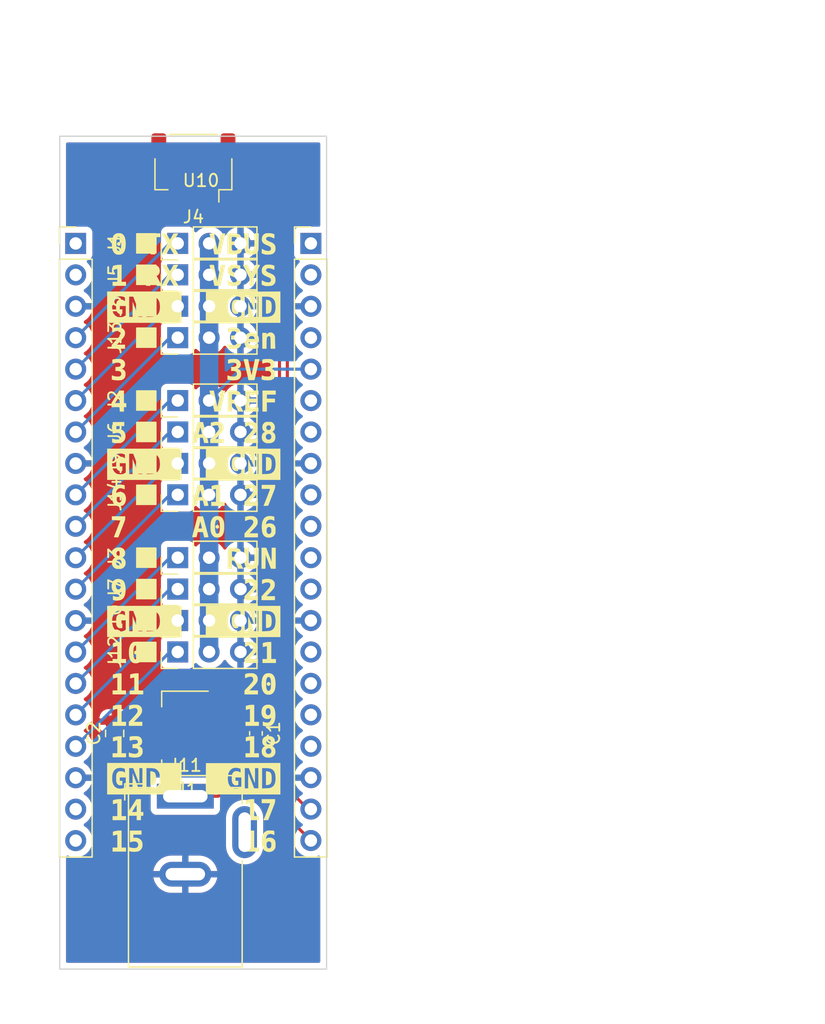
<source format=kicad_pcb>
(kicad_pcb (version 20211014) (generator pcbnew)
  (layers (0 "F.Cu" signal) (31 "B.Cu" signal) (34 "B.Paste" user) (35 "F.Paste" user) (36 "B.SilkS" user "B.Silkscreen") (37 "F.SilkS" user "F.Silkscreen") (38 "B.Mask" user) (39 "F.Mask" user) (44 "Edge.Cuts" user))
  (net 0 "")
  (net 1 "VOUT")
  (net 2 "GPIO02")
  (net 3 "GND")
  (net 4 "GPIO06")
  (net 5 "GPIO10")
  (net 6 "GPIO20")
  (net 7 "GPIO21")
  (net 8 "GPIO03")
  (net 9 "GPIO07")
  (net 10 "GPIO11")
  (net 11 "GPIO04")
  (net 12 "GPIO08")
  (net 13 "GPIO12")
  (net 14 "VIN")
  (net 16 "GPIO13")
  (net 17 "GPIO05")
  (net 18 "GPIO09")
  (net 19 "GPIO00")
  (net 20 "GPIO01")
  (net 21 "GPIO14")
  (net 22 "GPIO15")
  (net 23 "GPIO16")
  (net 24 "GPIO17")
  (net 25 "GPIO18")
  (net 26 "GPIO19")
  (net 27 "GPIO22")
  (net 28 "RUN")
  (net 29 "A0")
  (net 30 "A1")
  (net 31 "A2")
  (net 32 "VREF")
  (net 33 "3EN")
  (net 34 "VSYS")
  (net 35 "VBUS")
  (footprint "oomlout_OOMP_modules:MODULE-CONN-OOBB-BA-01" (layer "F.Cu") (at 140.355 88.035 90)
    (fp_text reference "J14" (at 0 -5.08 90) (layer "F.SilkS"))
    (fp_text value "MODULE-CONN-OOBB-BA-01")
    (pad "1" thru_hole rect (at 0 0 90) (size 1.7 1.7) (drill 1) (layers *.Cu *.Mask) (net 18 "GPIO09"))
    (pad "2" thru_hole oval (at 0 2.54 90) (size 1.7 1.7) (drill 1) (layers *.Cu *.Mask) (net 1 "VOUT"))
    (pad "3" thru_hole oval (at 0 5.08 90) (size 1.7 1.7) (drill 1) (layers *.Cu *.Mask) (net 3 "GND"))
  )
  (footprint "Connector_BarrelJack:BarrelJack_GCT_DCJ200-10-A_Horizontal" (layer "F.Cu") (at 140.97 112.395)
    (fp_text reference "J11" (at 0 -2.5) (layer "F.SilkS"))
    (fp_text value "Barrel_Jack_Switch")
    (pad "1" thru_hole rect (at 0 0) (size 4.6 2) (drill oval 3.6 1) (layers *.Cu *.Mask) (net 14 "VIN"))
    (pad "2" thru_hole oval (at 0 6.3) (size 4.2 2) (drill oval 3.2 1) (layers *.Cu *.Mask) (net 3 "GND"))
    (pad "3" thru_hole oval (at 4.8 2.9) (size 2 4.2) (drill oval 1 3.2) (layers *.Cu *.Mask))
  )
  (footprint "Connector_JST:JST_SH_SM04B-SRSS-TB_1x04-1MP_P1.00mm_Horizontal" (layer "F.Cu") (at 141.625 61.595 180)
    (fp_text reference "J4" (at 0 -3.98) (layer "F.SilkS"))
    (fp_text value "HEAD-JSTSH-X-PI04-RS oom.lt/HSHR4")
    (pad "1" smd roundrect (at -1.5 -2 180) (size 0.6 1.55) (layers "F.Cu" "F.Paste" "F.Mask") (net 3 "GND"))
    (pad "2" smd roundrect (at -0.5 -2 180) (size 0.6 1.55) (layers "F.Cu" "F.Paste" "F.Mask") (net 1 "VOUT"))
    (pad "3" smd roundrect (at 0.5 -2 180) (size 0.6 1.55) (layers "F.Cu" "F.Paste" "F.Mask") (net 23 "GPIO16"))
    (pad "4" smd roundrect (at 1.5 -2 180) (size 0.6 1.55) (layers "F.Cu" "F.Paste" "F.Mask") (net 24 "GPIO17"))
    (pad "MP" smd roundrect (at -2.8 1.875 180) (size 1.2 1.8) (layers "F.Cu" "F.Paste" "F.Mask") (roundrect_rratio 0.2083333333) (net 3 "GND"))
    (pad "MP" smd roundrect (at 2.8 1.875 180) (size 1.2 1.8) (layers "F.Cu" "F.Paste" "F.Mask") (roundrect_rratio 0.2083333333) (net 3 "GND"))
  )
  (footprint "Package_TO_SOT_SMD:SOT-223-3_TabPin2" (layer "F.Cu") (at 140.97 107.315 180)
    (fp_text reference "U1" (at 0 -4.5) (layer "F.SilkS"))
    (fp_text value "LD1117S33TR_SOT223")
    (pad "1" smd rect (at -3.15 -2.3 180) (size 2 1.5) (layers "F.Cu" "F.Paste" "F.Mask") (net 3 "GND"))
    (pad "2" smd rect (at -3.15 0 180) (size 2 1.5) (layers "F.Cu" "F.Paste" "F.Mask") (net 1 "VOUT"))
    (pad "2" smd rect (at 3.15 0 180) (size 2 3.8) (layers "F.Cu" "F.Paste" "F.Mask") (net 1 "VOUT"))
    (pad "3" smd rect (at -3.15 2.3 180) (size 2 1.5) (layers "F.Cu" "F.Paste" "F.Mask") (net 14 "VIN"))
  )
  (footprint "oomlout_OOMP_modules:MODULE-CONN-OOBB-BA-01" (layer "F.Cu") (at 140.355 100.735 90)
    (fp_text reference "J12" (at 0 -5.08 90) (layer "F.SilkS"))
    (fp_text value "MODULE-CONN-OOBB-BA-01")
    (pad "1" thru_hole rect (at 0 0 90) (size 1.7 1.7) (drill 1) (layers *.Cu *.Mask) (net 16 "GPIO13"))
    (pad "2" thru_hole oval (at 0 2.54 90) (size 1.7 1.7) (drill 1) (layers *.Cu *.Mask) (net 1 "VOUT"))
    (pad "3" thru_hole oval (at 0 5.08 90) (size 1.7 1.7) (drill 1) (layers *.Cu *.Mask) (net 3 "GND"))
  )
  (footprint "oomlout_OOMP_modules:MODULE-CONN-RASP-PICO-2040" (layer "F.Cu") (at 132.08 67.715)
    (fp_text reference "U10" (at 10.16 -5.08 unlocked) (layer "F.SilkS"))
    (fp_text value "MODULE-CONN-RASP-PICO-2040")
    (pad "1" thru_hole rect (at 0.02 0.005) (size 1.7 1.7) (drill 1) (layers *.Cu *.Mask) (net 19 "GPIO00"))
    (pad "2" thru_hole oval (at 0.02 2.545) (size 1.7 1.7) (drill 1) (layers *.Cu *.Mask) (net 20 "GPIO01"))
    (pad "3" thru_hole oval (at 0.02 5.085) (size 1.7 1.7) (drill 1) (layers *.Cu *.Mask) (net 3 "GND"))
    (pad "4" thru_hole oval (at 0.02 7.625) (size 1.7 1.7) (drill 1) (layers *.Cu *.Mask) (net 2 "GPIO02"))
    (pad "5" thru_hole oval (at 0.02 10.165) (size 1.7 1.7) (drill 1) (layers *.Cu *.Mask) (net 8 "GPIO03"))
    (pad "6" thru_hole oval (at 0.02 12.705) (size 1.7 1.7) (drill 1) (layers *.Cu *.Mask) (net 11 "GPIO04"))
    (pad "7" thru_hole oval (at 0.02 15.245) (size 1.7 1.7) (drill 1) (layers *.Cu *.Mask) (net 17 "GPIO05"))
    (pad "8" thru_hole oval (at 0.02 17.785) (size 1.7 1.7) (drill 1) (layers *.Cu *.Mask) (net 3 "GND"))
    (pad "9" thru_hole oval (at 0.02 20.325) (size 1.7 1.7) (drill 1) (layers *.Cu *.Mask) (net 4 "GPIO06"))
    (pad "10" thru_hole oval (at 0.02 22.865) (size 1.7 1.7) (drill 1) (layers *.Cu *.Mask) (net 9 "GPIO07"))
    (pad "11" thru_hole oval (at 0.02 25.405) (size 1.7 1.7) (drill 1) (layers *.Cu *.Mask) (net 12 "GPIO08"))
    (pad "12" thru_hole oval (at 0.02 27.945) (size 1.7 1.7) (drill 1) (layers *.Cu *.Mask) (net 18 "GPIO09"))
    (pad "13" thru_hole oval (at 0.02 30.485) (size 1.7 1.7) (drill 1) (layers *.Cu *.Mask) (net 3 "GND"))
    (pad "14" thru_hole oval (at 0.02 33.025) (size 1.7 1.7) (drill 1) (layers *.Cu *.Mask) (net 5 "GPIO10"))
    (pad "15" thru_hole oval (at 0.02 35.565) (size 1.7 1.7) (drill 1) (layers *.Cu *.Mask) (net 10 "GPIO11"))
    (pad "16" thru_hole oval (at 0.02 38.105) (size 1.7 1.7) (drill 1) (layers *.Cu *.Mask) (net 13 "GPIO12"))
    (pad "17" thru_hole oval (at 0.02 40.645) (size 1.7 1.7) (drill 1) (layers *.Cu *.Mask) (net 16 "GPIO13"))
    (pad "18" thru_hole oval (at 0.02 43.185) (size 1.7 1.7) (drill 1) (layers *.Cu *.Mask) (net 3 "GND"))
    (pad "19" thru_hole oval (at 0.02 45.725) (size 1.7 1.7) (drill 1) (layers *.Cu *.Mask) (net 21 "GPIO14"))
    (pad "20" thru_hole oval (at 0.02 48.265) (size 1.7 1.7) (drill 1) (layers *.Cu *.Mask) (net 22 "GPIO15"))
    (pad "21" thru_hole oval (at 19.05 48.26) (size 1.7 1.7) (drill 1) (layers *.Cu *.Mask) (net 23 "GPIO16"))
    (pad "22" thru_hole oval (at 19.05 45.72) (size 1.7 1.7) (drill 1) (layers *.Cu *.Mask) (net 24 "GPIO17"))
    (pad "23" thru_hole oval (at 19.05 43.18) (size 1.7 1.7) (drill 1) (layers *.Cu *.Mask) (net 3 "GND"))
    (pad "24" thru_hole oval (at 19.05 40.64) (size 1.7 1.7) (drill 1) (layers *.Cu *.Mask) (net 25 "GPIO18"))
    (pad "25" thru_hole oval (at 19.05 38.1) (size 1.7 1.7) (drill 1) (layers *.Cu *.Mask) (net 26 "GPIO19"))
    (pad "26" thru_hole oval (at 19.05 35.56) (size 1.7 1.7) (drill 1) (layers *.Cu *.Mask) (net 6 "GPIO20"))
    (pad "27" thru_hole oval (at 19.05 33.02) (size 1.7 1.7) (drill 1) (layers *.Cu *.Mask) (net 7 "GPIO21"))
    (pad "28" thru_hole oval (at 19.05 30.48) (size 1.7 1.7) (drill 1) (layers *.Cu *.Mask) (net 3 "GND"))
    (pad "29" thru_hole oval (at 19.05 27.94) (size 1.7 1.7) (drill 1) (layers *.Cu *.Mask) (net 27 "GPIO22"))
    (pad "30" thru_hole oval (at 19.05 25.4) (size 1.7 1.7) (drill 1) (layers *.Cu *.Mask) (net 28 "RUN"))
    (pad "31" thru_hole oval (at 19.05 22.86) (size 1.7 1.7) (drill 1) (layers *.Cu *.Mask) (net 29 "A0"))
    (pad "32" thru_hole oval (at 19.05 20.325) (size 1.7 1.7) (drill 1) (layers *.Cu *.Mask) (net 30 "A1"))
    (pad "33" thru_hole oval (at 19.05 17.785) (size 1.7 1.7) (drill 1) (layers *.Cu *.Mask) (net 3 "GND"))
    (pad "34" thru_hole oval (at 19.05 15.245) (size 1.7 1.7) (drill 1) (layers *.Cu *.Mask) (net 31 "A2"))
    (pad "35" thru_hole oval (at 19.05 12.705) (size 1.7 1.7) (drill 1) (layers *.Cu *.Mask) (net 32 "VREF"))
    (pad "36" thru_hole oval (at 19.05 10.165) (size 1.7 1.7) (drill 1) (layers *.Cu *.Mask) (net 1 "VOUT"))
    (pad "37" thru_hole oval (at 19.05 7.625) (size 1.7 1.7) (drill 1) (layers *.Cu *.Mask) (net 33 "3EN"))
    (pad "38" thru_hole oval (at 19.05 5.085) (size 1.7 1.7) (drill 1) (layers *.Cu *.Mask) (net 3 "GND"))
    (pad "39" thru_hole oval (at 19.05 2.545) (size 1.7 1.7) (drill 1) (layers *.Cu *.Mask) (net 34 "VSYS"))
    (pad "40" thru_hole rect (at 19.05 0.005) (size 1.7 1.7) (drill 1) (layers *.Cu *.Mask) (net 35 "VBUS"))
  )
  (footprint "oomlout_OOMP_modules:MODULE-CONN-OOBB-BA-01" (layer "F.Cu") (at 140.355 82.955 90)
    (fp_text reference "J6" (at 0 -5.08 90) (layer "F.SilkS"))
    (fp_text value "MODULE-CONN-OOBB-BA-01")
    (pad "1" thru_hole rect (at 0 0 90) (size 1.7 1.7) (drill 1) (layers *.Cu *.Mask) (net 9 "GPIO07"))
    (pad "2" thru_hole oval (at 0 2.54 90) (size 1.7 1.7) (drill 1) (layers *.Cu *.Mask) (net 1 "VOUT"))
    (pad "3" thru_hole oval (at 0 5.08 90) (size 1.7 1.7) (drill 1) (layers *.Cu *.Mask) (net 3 "GND"))
  )
  (footprint "oomlout_OOMP_modules:MODULE-CONN-OOBB-BA-01" (layer "F.Cu") (at 140.355 93.115 90)
    (fp_text reference "J3" (at 0 -5.08 90) (layer "F.SilkS"))
    (fp_text value "MODULE-CONN-OOBB-BA-01")
    (pad "1" thru_hole rect (at 0 0 90) (size 1.7 1.7) (drill 1) (layers *.Cu *.Mask) (net 5 "GPIO10"))
    (pad "2" thru_hole oval (at 0 2.54 90) (size 1.7 1.7) (drill 1) (layers *.Cu *.Mask) (net 1 "VOUT"))
    (pad "3" thru_hole oval (at 0 5.08 90) (size 1.7 1.7) (drill 1) (layers *.Cu *.Mask) (net 3 "GND"))
  )
  (footprint "oomlout_OOMP_modules:MODULE-CONN-OOBB-BA-01" (layer "F.Cu") (at 140.355 67.715 90)
    (fp_text reference "J1" (at 0 -5.08 90) (layer "F.SilkS"))
    (fp_text value "MODULE-CONN-OOBB-BA-01")
    (pad "1" thru_hole rect (at 0 0 90) (size 1.7 1.7) (drill 1) (layers *.Cu *.Mask) (net 2 "GPIO02"))
    (pad "2" thru_hole oval (at 0 2.54 90) (size 1.7 1.7) (drill 1) (layers *.Cu *.Mask) (net 1 "VOUT"))
    (pad "3" thru_hole oval (at 0 5.08 90) (size 1.7 1.7) (drill 1) (layers *.Cu *.Mask) (net 3 "GND"))
  )
  (footprint "oomlout_OOMP_modules:MODULE-CONN-OOBB-BA-01" (layer "F.Cu") (at 140.355 85.495 90)
    (fp_text reference "J9" (at 0 -5.08 90) (layer "F.SilkS"))
    (fp_text value "MODULE-CONN-OOBB-BA-01")
    (pad "1" thru_hole rect (at 0 0 90) (size 1.7 1.7) (drill 1) (layers *.Cu *.Mask) (net 12 "GPIO08"))
    (pad "2" thru_hole oval (at 0 2.54 90) (size 1.7 1.7) (drill 1) (layers *.Cu *.Mask) (net 1 "VOUT"))
    (pad "3" thru_hole oval (at 0 5.08 90) (size 1.7 1.7) (drill 1) (layers *.Cu *.Mask) (net 3 "GND"))
  )
  (footprint "oomlout_OOMP_modules:MODULE-CONN-OOBB-BA-01" (layer "F.Cu") (at 140.355 98.195 90)
    (fp_text reference "J10" (at 0 -5.08 90) (layer "F.SilkS"))
    (fp_text value "MODULE-CONN-OOBB-BA-01")
    (pad "1" thru_hole rect (at 0 0 90) (size 1.7 1.7) (drill 1) (layers *.Cu *.Mask) (net 13 "GPIO12"))
    (pad "2" thru_hole oval (at 0 2.54 90) (size 1.7 1.7) (drill 1) (layers *.Cu *.Mask) (net 1 "VOUT"))
    (pad "3" thru_hole oval (at 0 5.08 90) (size 1.7 1.7) (drill 1) (layers *.Cu *.Mask) (net 3 "GND"))
  )
  (footprint "oomlout_OOMP_modules:MODULE-CONN-OOBB-BA-01" (layer "F.Cu") (at 140.355 95.655 90)
    (fp_text reference "J7" (at 0 -5.08 90) (layer "F.SilkS"))
    (fp_text value "MODULE-CONN-OOBB-BA-01")
    (pad "1" thru_hole rect (at 0 0 90) (size 1.7 1.7) (drill 1) (layers *.Cu *.Mask) (net 10 "GPIO11"))
    (pad "2" thru_hole oval (at 0 2.54 90) (size 1.7 1.7) (drill 1) (layers *.Cu *.Mask) (net 1 "VOUT"))
    (pad "3" thru_hole oval (at 0 5.08 90) (size 1.7 1.7) (drill 1) (layers *.Cu *.Mask) (net 3 "GND"))
  )
  (footprint "Capacitor_SMD:C_0603_1608Metric" (layer "F.Cu") (at 146.685 107.315 -90)
    (fp_text reference "C1" (at 0 -1.43 90) (layer "F.SilkS"))
    (fp_text value "CAPC-0603-X-NF100-V50")
    (pad "1" smd roundrect (at -0.775 0 270) (size 0.9 0.95) (layers "F.Cu" "F.Paste" "F.Mask") (net 14 "VIN"))
    (pad "2" smd roundrect (at 0.775 0 270) (size 0.9 0.95) (layers "F.Cu" "F.Paste" "F.Mask") (net 3 "GND"))
  )
  (footprint "Capacitor_SMD:C_0805_2012Metric" (layer "F.Cu") (at 135.255 107.315 90)
    (fp_text reference "C2" (at 0 -1.68 90) (layer "F.SilkS"))
    (fp_text value "CAPC-0805-X-UF10-V10")
    (pad "1" smd roundrect (at -0.95 0 90) (size 1 1.45) (layers "F.Cu" "F.Paste" "F.Mask") (net 1 "VOUT"))
    (pad "2" smd roundrect (at 0.95 0 90) (size 1 1.45) (layers "F.Cu" "F.Paste" "F.Mask") (net 3 "GND"))
  )
  (footprint "oomlout_OOMP_modules:MODULE-CONN-OOBB-BA-01" (layer "F.Cu") (at 140.355 70.255 90)
    (fp_text reference "J5" (at 0 -5.08 90) (layer "F.SilkS"))
    (fp_text value "MODULE-CONN-OOBB-BA-01")
    (pad "1" thru_hole rect (at 0 0 90) (size 1.7 1.7) (drill 1) (layers *.Cu *.Mask) (net 8 "GPIO03"))
    (pad "2" thru_hole oval (at 0 2.54 90) (size 1.7 1.7) (drill 1) (layers *.Cu *.Mask) (net 1 "VOUT"))
    (pad "3" thru_hole oval (at 0 5.08 90) (size 1.7 1.7) (drill 1) (layers *.Cu *.Mask) (net 3 "GND"))
  )
  (footprint "oomlout_OOMP_modules:MODULE-CONN-OOBB-BA-01" (layer "F.Cu") (at 140.355 72.795 90)
    (fp_text reference "J8" (at 0 -5.08 90) (layer "F.SilkS"))
    (fp_text value "MODULE-CONN-OOBB-BA-01")
    (pad "1" thru_hole rect (at 0 0 90) (size 1.7 1.7) (drill 1) (layers *.Cu *.Mask) (net 11 "GPIO04"))
    (pad "2" thru_hole oval (at 0 2.54 90) (size 1.7 1.7) (drill 1) (layers *.Cu *.Mask) (net 1 "VOUT"))
    (pad "3" thru_hole oval (at 0 5.08 90) (size 1.7 1.7) (drill 1) (layers *.Cu *.Mask) (net 3 "GND"))
  )
  (footprint "oomlout_OOMP_modules:MODULE-CONN-OOBB-BA-01" (layer "F.Cu") (at 140.355 80.415 90)
    (fp_text reference "J2" (at 0 -5.08 90) (layer "F.SilkS"))
    (fp_text value "MODULE-CONN-OOBB-BA-01")
    (pad "1" thru_hole rect (at 0 0 90) (size 1.7 1.7) (drill 1) (layers *.Cu *.Mask) (net 4 "GPIO06"))
    (pad "2" thru_hole oval (at 0 2.54 90) (size 1.7 1.7) (drill 1) (layers *.Cu *.Mask) (net 1 "VOUT"))
    (pad "3" thru_hole oval (at 0 5.08 90) (size 1.7 1.7) (drill 1) (layers *.Cu *.Mask) (net 3 "GND"))
  )
  (footprint "oomlout_OOMP_modules:MODULE-CONN-OOBB-BA-01" (layer "F.Cu") (at 140.355 75.335 90)
    (fp_text reference "J13" (at 0 -5.08 90) (layer "F.SilkS"))
    (fp_text value "MODULE-CONN-OOBB-BA-01")
    (pad "1" thru_hole rect (at 0 0 90) (size 1.7 1.7) (drill 1) (layers *.Cu *.Mask) (net 17 "GPIO05"))
    (pad "2" thru_hole oval (at 0 2.54 90) (size 1.7 1.7) (drill 1) (layers *.Cu *.Mask) (net 1 "VOUT"))
    (pad "3" thru_hole oval (at 0 5.08 90) (size 1.7 1.7) (drill 1) (layers *.Cu *.Mask) (net 3 "GND"))
  )
  (gr_line (start 152.4 126.365) (end 130.81 126.365) (layer "Edge.Cuts") (width 0.1))
  (gr_line (start 152.4 69.215) (end 152.4 126.365) (layer "Edge.Cuts") (width 0.1))
  (gr_line (start 130.81 59.055) (end 152.4 59.055) (layer "Edge.Cuts") (width 0.1))
  (gr_line (start 130.81 126.365) (end 130.81 66.675) (layer "Edge.Cuts") (width 0.1))
  (gr_line (start 130.81 66.675) (end 130.81 59.055) (layer "Edge.Cuts") (width 0.1))
  (gr_line (start 152.4 59.055) (end 152.4 69.215) (layer "Edge.Cuts") (width 0.1))
  (segment (start 137.82 107.315) (end 144.12 107.315) (width 0.25) (layer "F.Cu") (net 1))
  (segment (start 136.205 107.315) (end 137.82 107.315) (width 0.25) (layer "F.Cu") (net 1))
  (segment (start 135.255 108.265) (end 136.205 107.315) (width 0.25) (layer "F.Cu") (net 1))
  (segment (start 151.13 77.88) (end 145.43 77.88) (width 0.25) (layer "B.Cu") (net 1))
  (segment (start 142.895 100.735) (end 142.895 67.715) (width 1.5) (layer "B.Cu") (net 1))
  (segment (start 145.43 77.88) (end 142.895 80.415) (width 0.25) (layer "B.Cu") (net 1))
  (segment (start 139.725 67.715) (end 140.355 67.715) (width 0.25) (layer "B.Cu") (net 2))
  (segment (start 132.1 75.34) (end 139.725 67.715) (width 0.25) (layer "B.Cu") (net 2))
  (segment (start 134.20548 107.41452) (end 134.20548 108.80548) (width 0.25) (layer "F.Cu") (net 3))
  (segment (start 134.20548 108.80548) (end 135.015 109.615) (width 0.25) (layer "F.Cu") (net 3))
  (segment (start 135.015 109.615) (end 144.12 109.615) (width 0.25) (layer "F.Cu") (net 3))
  (segment (start 145.645 108.09) (end 144.12 109.615) (width 0.25) (layer "F.Cu") (net 3))
  (segment (start 146.685 108.09) (end 145.645 108.09) (width 0.25) (layer "F.Cu") (net 3))
  (segment (start 135.255 106.365) (end 134.20548 107.41452) (width 0.25) (layer "F.Cu") (net 3))
  (segment (start 139.725 80.415) (end 140.355 80.415) (width 0.25) (layer "B.Cu") (net 4))
  (segment (start 132.1 88.04) (end 139.725 80.415) (width 0.25) (layer "B.Cu") (net 4))
  (segment (start 132.1 100.74) (end 139.725 93.115) (width 0.25) (layer "B.Cu") (net 5))
  (segment (start 139.725 93.115) (end 140.355 93.115) (width 0.25) (layer "B.Cu") (net 5))
  (segment (start 139.725 70.255) (end 140.355 70.255) (width 0.25) (layer "B.Cu") (net 8))
  (segment (start 132.1 77.88) (end 139.725 70.255) (width 0.25) (layer "B.Cu") (net 8))
  (segment (start 139.725 82.955) (end 140.355 82.955) (width 0.25) (layer "B.Cu") (net 9))
  (segment (start 132.1 90.58) (end 139.725 82.955) (width 0.25) (layer "B.Cu") (net 9))
  (segment (start 139.725 95.655) (end 140.355 95.655) (width 0.25) (layer "B.Cu") (net 10))
  (segment (start 132.1 103.28) (end 139.725 95.655) (width 0.25) (layer "B.Cu") (net 10))
  (segment (start 132.1 80.42) (end 139.725 72.795) (width 0.25) (layer "B.Cu") (net 11))
  (segment (start 139.725 72.795) (end 140.355 72.795) (width 0.25) (layer "B.Cu") (net 11))
  (segment (start 132.1 93.12) (end 139.725 85.495) (width 0.25) (layer "B.Cu") (net 12))
  (segment (start 139.725 85.495) (end 140.355 85.495) (width 0.25) (layer "B.Cu") (net 12))
  (segment (start 132.1 105.82) (end 139.725 98.195) (width 0.25) (layer "B.Cu") (net 13))
  (segment (start 139.725 98.195) (end 140.355 98.195) (width 0.25) (layer "B.Cu") (net 13))
  (segment (start 147.48452 108.542618) (end 143.632138 112.395) (width 0.25) (layer "F.Cu") (net 14))
  (segment (start 143.632138 112.395) (end 140.97 112.395) (width 0.25) (layer "F.Cu") (net 14))
  (segment (start 147.48452 107.33952) (end 147.48452 108.542618) (width 0.25) (layer "F.Cu") (net 14))
  (segment (start 145.16 105.015) (end 146.685 106.54) (width 0.25) (layer "F.Cu") (net 14))
  (segment (start 146.685 106.54) (end 147.48452 107.33952) (width 0.25) (layer "F.Cu") (net 14))
  (segment (start 144.12 105.015) (end 145.16 105.015) (width 0.25) (layer "F.Cu") (net 14))
  (segment (start 132.1 108.36) (end 139.725 100.735) (width 0.25) (layer "B.Cu") (net 16))
  (segment (start 139.725 100.735) (end 140.355 100.735) (width 0.25) (layer "B.Cu") (net 16))
  (segment (start 132.1 82.96) (end 139.725 75.335) (width 0.25) (layer "B.Cu") (net 17))
  (segment (start 139.725 75.335) (end 140.355 75.335) (width 0.25) (layer "B.Cu") (net 17))
  (segment (start 132.1 95.66) (end 139.725 88.035) (width 0.25) (layer "B.Cu") (net 18))
  (segment (start 139.725 88.035) (end 140.355 88.035) (width 0.25) (layer "B.Cu") (net 18))
  (segment (start 148.59 66.04) (end 148.59 113.435) (width 0.25) (layer "F.Cu") (net 23))
  (segment (start 141.125 62.075) (end 141.605 61.595) (width 0.25) (layer "F.Cu") (net 23))
  (segment (start 148.59 113.435) (end 151.13 115.975) (width 0.25) (layer "F.Cu") (net 23))
  (segment (start 141.605 61.595) (end 144.145 61.595) (width 0.25) (layer "F.Cu") (net 23))
  (segment (start 141.125 63.595) (end 141.125 62.075) (width 0.25) (layer "F.Cu") (net 23))
  (segment (start 144.145 61.595) (end 148.59 66.04) (width 0.25) (layer "F.Cu") (net 23))
  (segment (start 150.9 113.435) (end 151.13 113.435) (width 0.25) (layer "F.Cu") (net 24))
  (segment (start 149.225 111.76) (end 150.9 113.435) (width 0.25) (layer "F.Cu") (net 24))
  (segment (start 140.125 63.595) (end 140.125 61.805) (width 0.25) (layer "F.Cu") (net 24))
  (segment (start 149.225 65.405) (end 149.225 111.76) (width 0.25) (layer "F.Cu") (net 24))
  (segment (start 144.78 60.96) (end 149.225 65.405) (width 0.25) (layer "F.Cu") (net 24))
  (segment (start 140.97 60.96) (end 144.78 60.96) (width 0.25) (layer "F.Cu") (net 24))
  (segment (start 140.125 61.805) (end 140.97 60.96) (width 0.25) (layer "F.Cu") (net 24))
  (zone (net 3) (net_name "GND") (layers F&B.Cu) (connect_pads (clearance 0.508)) (min_thickness 0.254) (fill yes (thermal_gap 0.508) (thermal_bridge_width 0.508))
    (polygon (pts (xy 154.94 130.81) (xy 127 130.81) (xy 127 57.15) (xy 154.94 57.15)))
  )
)
</source>
